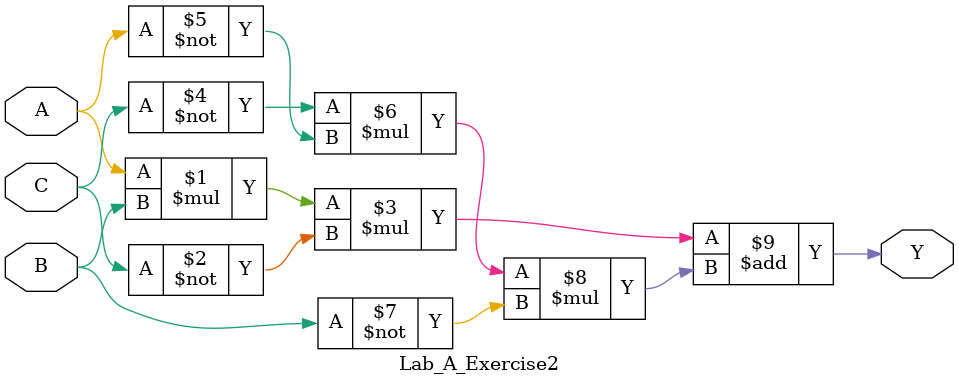
<source format=v>
`timescale 1ns / 1ps
module Lab_A_Exercise2(Y,A,B,C);

	output Y;
	input A,B,C;
	
	assign Y = A*B*(~C) + (~C)*(~A)*(~B);

endmodule

</source>
